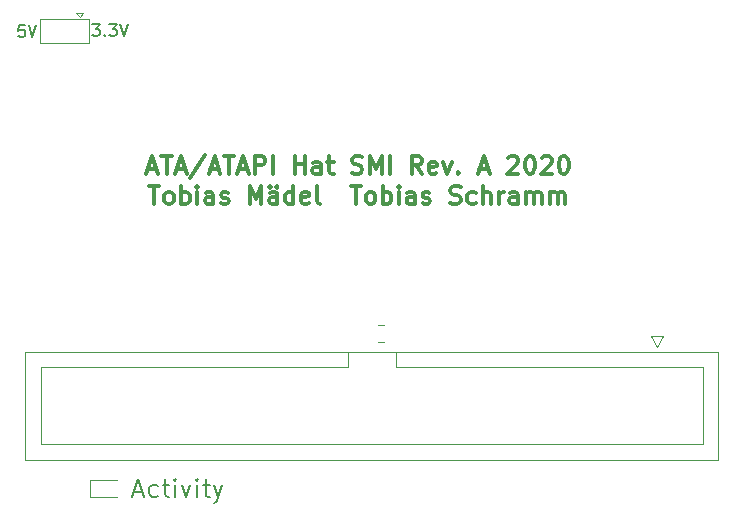
<source format=gto>
%TF.GenerationSoftware,KiCad,Pcbnew,5.1.6*%
%TF.CreationDate,2020-08-12T10:28:14+02:00*%
%TF.ProjectId,ATAPIHat-SMI,41544150-4948-4617-942d-534d492e6b69,rev?*%
%TF.SameCoordinates,Original*%
%TF.FileFunction,Legend,Top*%
%TF.FilePolarity,Positive*%
%FSLAX46Y46*%
G04 Gerber Fmt 4.6, Leading zero omitted, Abs format (unit mm)*
G04 Created by KiCad (PCBNEW 5.1.6) date 2020-08-12 10:28:14*
%MOMM*%
%LPD*%
G01*
G04 APERTURE LIST*
%ADD10C,0.150000*%
%ADD11C,0.200000*%
%ADD12C,0.300000*%
%ADD13C,0.120000*%
G04 APERTURE END LIST*
D10*
X48605151Y-141372256D02*
X48128961Y-141372256D01*
X48081342Y-141848447D01*
X48128961Y-141800828D01*
X48224199Y-141753209D01*
X48462294Y-141753209D01*
X48557532Y-141800828D01*
X48605151Y-141848447D01*
X48652770Y-141943685D01*
X48652770Y-142181780D01*
X48605151Y-142277018D01*
X48557532Y-142324637D01*
X48462294Y-142372256D01*
X48224199Y-142372256D01*
X48128961Y-142324637D01*
X48081342Y-142277018D01*
X48938485Y-141372256D02*
X49271818Y-142372256D01*
X49605151Y-141372256D01*
X54344437Y-141297256D02*
X54963485Y-141297256D01*
X54630151Y-141678209D01*
X54773008Y-141678209D01*
X54868247Y-141725828D01*
X54915866Y-141773447D01*
X54963485Y-141868685D01*
X54963485Y-142106780D01*
X54915866Y-142202018D01*
X54868247Y-142249637D01*
X54773008Y-142297256D01*
X54487294Y-142297256D01*
X54392056Y-142249637D01*
X54344437Y-142202018D01*
X55392056Y-142202018D02*
X55439675Y-142249637D01*
X55392056Y-142297256D01*
X55344437Y-142249637D01*
X55392056Y-142202018D01*
X55392056Y-142297256D01*
X55773008Y-141297256D02*
X56392056Y-141297256D01*
X56058723Y-141678209D01*
X56201580Y-141678209D01*
X56296818Y-141725828D01*
X56344437Y-141773447D01*
X56392056Y-141868685D01*
X56392056Y-142106780D01*
X56344437Y-142202018D01*
X56296818Y-142249637D01*
X56201580Y-142297256D01*
X55915866Y-142297256D01*
X55820628Y-142249637D01*
X55773008Y-142202018D01*
X56677770Y-141297256D02*
X57011104Y-142297256D01*
X57344437Y-141297256D01*
D11*
X57856342Y-180869876D02*
X58570628Y-180869876D01*
X57713485Y-181298447D02*
X58213485Y-179798447D01*
X58713485Y-181298447D01*
X59856342Y-181227018D02*
X59713485Y-181298447D01*
X59427770Y-181298447D01*
X59284913Y-181227018D01*
X59213485Y-181155590D01*
X59142056Y-181012733D01*
X59142056Y-180584161D01*
X59213485Y-180441304D01*
X59284913Y-180369876D01*
X59427770Y-180298447D01*
X59713485Y-180298447D01*
X59856342Y-180369876D01*
X60284913Y-180298447D02*
X60856342Y-180298447D01*
X60499199Y-179798447D02*
X60499199Y-181084161D01*
X60570628Y-181227018D01*
X60713485Y-181298447D01*
X60856342Y-181298447D01*
X61356342Y-181298447D02*
X61356342Y-180298447D01*
X61356342Y-179798447D02*
X61284913Y-179869876D01*
X61356342Y-179941304D01*
X61427770Y-179869876D01*
X61356342Y-179798447D01*
X61356342Y-179941304D01*
X61927770Y-180298447D02*
X62284913Y-181298447D01*
X62642056Y-180298447D01*
X63213485Y-181298447D02*
X63213485Y-180298447D01*
X63213485Y-179798447D02*
X63142056Y-179869876D01*
X63213485Y-179941304D01*
X63284913Y-179869876D01*
X63213485Y-179798447D01*
X63213485Y-179941304D01*
X63713485Y-180298447D02*
X64284913Y-180298447D01*
X63927770Y-179798447D02*
X63927770Y-181084161D01*
X63999199Y-181227018D01*
X64142056Y-181298447D01*
X64284913Y-181298447D01*
X64642056Y-180298447D02*
X64999199Y-181298447D01*
X65356342Y-180298447D02*
X64999199Y-181298447D01*
X64856342Y-181655590D01*
X64784913Y-181727018D01*
X64642056Y-181798447D01*
D12*
X59046199Y-153534876D02*
X59760485Y-153534876D01*
X58903342Y-153963447D02*
X59403342Y-152463447D01*
X59903342Y-153963447D01*
X60189056Y-152463447D02*
X61046199Y-152463447D01*
X60617628Y-153963447D02*
X60617628Y-152463447D01*
X61474770Y-153534876D02*
X62189056Y-153534876D01*
X61331913Y-153963447D02*
X61831913Y-152463447D01*
X62331913Y-153963447D01*
X63903342Y-152392018D02*
X62617628Y-154320590D01*
X64331913Y-153534876D02*
X65046199Y-153534876D01*
X64189056Y-153963447D02*
X64689056Y-152463447D01*
X65189056Y-153963447D01*
X65474770Y-152463447D02*
X66331913Y-152463447D01*
X65903342Y-153963447D02*
X65903342Y-152463447D01*
X66760485Y-153534876D02*
X67474770Y-153534876D01*
X66617628Y-153963447D02*
X67117628Y-152463447D01*
X67617628Y-153963447D01*
X68117628Y-153963447D02*
X68117628Y-152463447D01*
X68689056Y-152463447D01*
X68831913Y-152534876D01*
X68903342Y-152606304D01*
X68974770Y-152749161D01*
X68974770Y-152963447D01*
X68903342Y-153106304D01*
X68831913Y-153177733D01*
X68689056Y-153249161D01*
X68117628Y-153249161D01*
X69617628Y-153963447D02*
X69617628Y-152463447D01*
X71474770Y-153963447D02*
X71474770Y-152463447D01*
X71474770Y-153177733D02*
X72331913Y-153177733D01*
X72331913Y-153963447D02*
X72331913Y-152463447D01*
X73689056Y-153963447D02*
X73689056Y-153177733D01*
X73617628Y-153034876D01*
X73474770Y-152963447D01*
X73189056Y-152963447D01*
X73046199Y-153034876D01*
X73689056Y-153892018D02*
X73546199Y-153963447D01*
X73189056Y-153963447D01*
X73046199Y-153892018D01*
X72974770Y-153749161D01*
X72974770Y-153606304D01*
X73046199Y-153463447D01*
X73189056Y-153392018D01*
X73546199Y-153392018D01*
X73689056Y-153320590D01*
X74189056Y-152963447D02*
X74760485Y-152963447D01*
X74403342Y-152463447D02*
X74403342Y-153749161D01*
X74474770Y-153892018D01*
X74617628Y-153963447D01*
X74760485Y-153963447D01*
X76331913Y-153892018D02*
X76546199Y-153963447D01*
X76903342Y-153963447D01*
X77046199Y-153892018D01*
X77117628Y-153820590D01*
X77189056Y-153677733D01*
X77189056Y-153534876D01*
X77117628Y-153392018D01*
X77046199Y-153320590D01*
X76903342Y-153249161D01*
X76617628Y-153177733D01*
X76474770Y-153106304D01*
X76403342Y-153034876D01*
X76331913Y-152892018D01*
X76331913Y-152749161D01*
X76403342Y-152606304D01*
X76474770Y-152534876D01*
X76617628Y-152463447D01*
X76974770Y-152463447D01*
X77189056Y-152534876D01*
X77831913Y-153963447D02*
X77831913Y-152463447D01*
X78331913Y-153534876D01*
X78831913Y-152463447D01*
X78831913Y-153963447D01*
X79546199Y-153963447D02*
X79546199Y-152463447D01*
X82260485Y-153963447D02*
X81760485Y-153249161D01*
X81403342Y-153963447D02*
X81403342Y-152463447D01*
X81974770Y-152463447D01*
X82117627Y-152534876D01*
X82189056Y-152606304D01*
X82260485Y-152749161D01*
X82260485Y-152963447D01*
X82189056Y-153106304D01*
X82117627Y-153177733D01*
X81974770Y-153249161D01*
X81403342Y-153249161D01*
X83474770Y-153892018D02*
X83331913Y-153963447D01*
X83046199Y-153963447D01*
X82903342Y-153892018D01*
X82831913Y-153749161D01*
X82831913Y-153177733D01*
X82903342Y-153034876D01*
X83046199Y-152963447D01*
X83331913Y-152963447D01*
X83474770Y-153034876D01*
X83546199Y-153177733D01*
X83546199Y-153320590D01*
X82831913Y-153463447D01*
X84046199Y-152963447D02*
X84403342Y-153963447D01*
X84760485Y-152963447D01*
X85331913Y-153820590D02*
X85403342Y-153892018D01*
X85331913Y-153963447D01*
X85260485Y-153892018D01*
X85331913Y-153820590D01*
X85331913Y-153963447D01*
X87117627Y-153534876D02*
X87831913Y-153534876D01*
X86974770Y-153963447D02*
X87474770Y-152463447D01*
X87974770Y-153963447D01*
X89546199Y-152606304D02*
X89617627Y-152534876D01*
X89760485Y-152463447D01*
X90117627Y-152463447D01*
X90260485Y-152534876D01*
X90331913Y-152606304D01*
X90403342Y-152749161D01*
X90403342Y-152892018D01*
X90331913Y-153106304D01*
X89474770Y-153963447D01*
X90403342Y-153963447D01*
X91331913Y-152463447D02*
X91474770Y-152463447D01*
X91617627Y-152534876D01*
X91689056Y-152606304D01*
X91760485Y-152749161D01*
X91831913Y-153034876D01*
X91831913Y-153392018D01*
X91760485Y-153677733D01*
X91689056Y-153820590D01*
X91617627Y-153892018D01*
X91474770Y-153963447D01*
X91331913Y-153963447D01*
X91189056Y-153892018D01*
X91117627Y-153820590D01*
X91046199Y-153677733D01*
X90974770Y-153392018D01*
X90974770Y-153034876D01*
X91046199Y-152749161D01*
X91117627Y-152606304D01*
X91189056Y-152534876D01*
X91331913Y-152463447D01*
X92403342Y-152606304D02*
X92474770Y-152534876D01*
X92617628Y-152463447D01*
X92974770Y-152463447D01*
X93117628Y-152534876D01*
X93189056Y-152606304D01*
X93260485Y-152749161D01*
X93260485Y-152892018D01*
X93189056Y-153106304D01*
X92331913Y-153963447D01*
X93260485Y-153963447D01*
X94189056Y-152463447D02*
X94331913Y-152463447D01*
X94474770Y-152534876D01*
X94546199Y-152606304D01*
X94617628Y-152749161D01*
X94689056Y-153034876D01*
X94689056Y-153392018D01*
X94617628Y-153677733D01*
X94546199Y-153820590D01*
X94474770Y-153892018D01*
X94331913Y-153963447D01*
X94189056Y-153963447D01*
X94046199Y-153892018D01*
X93974770Y-153820590D01*
X93903342Y-153677733D01*
X93831913Y-153392018D01*
X93831913Y-153034876D01*
X93903342Y-152749161D01*
X93974770Y-152606304D01*
X94046199Y-152534876D01*
X94189056Y-152463447D01*
X59153342Y-155013447D02*
X60010485Y-155013447D01*
X59581913Y-156513447D02*
X59581913Y-155013447D01*
X60724770Y-156513447D02*
X60581913Y-156442018D01*
X60510485Y-156370590D01*
X60439056Y-156227733D01*
X60439056Y-155799161D01*
X60510485Y-155656304D01*
X60581913Y-155584876D01*
X60724770Y-155513447D01*
X60939056Y-155513447D01*
X61081913Y-155584876D01*
X61153342Y-155656304D01*
X61224770Y-155799161D01*
X61224770Y-156227733D01*
X61153342Y-156370590D01*
X61081913Y-156442018D01*
X60939056Y-156513447D01*
X60724770Y-156513447D01*
X61867627Y-156513447D02*
X61867627Y-155013447D01*
X61867627Y-155584876D02*
X62010485Y-155513447D01*
X62296199Y-155513447D01*
X62439056Y-155584876D01*
X62510485Y-155656304D01*
X62581913Y-155799161D01*
X62581913Y-156227733D01*
X62510485Y-156370590D01*
X62439056Y-156442018D01*
X62296199Y-156513447D01*
X62010485Y-156513447D01*
X61867627Y-156442018D01*
X63224770Y-156513447D02*
X63224770Y-155513447D01*
X63224770Y-155013447D02*
X63153342Y-155084876D01*
X63224770Y-155156304D01*
X63296199Y-155084876D01*
X63224770Y-155013447D01*
X63224770Y-155156304D01*
X64581913Y-156513447D02*
X64581913Y-155727733D01*
X64510485Y-155584876D01*
X64367627Y-155513447D01*
X64081913Y-155513447D01*
X63939056Y-155584876D01*
X64581913Y-156442018D02*
X64439056Y-156513447D01*
X64081913Y-156513447D01*
X63939056Y-156442018D01*
X63867627Y-156299161D01*
X63867627Y-156156304D01*
X63939056Y-156013447D01*
X64081913Y-155942018D01*
X64439056Y-155942018D01*
X64581913Y-155870590D01*
X65224770Y-156442018D02*
X65367627Y-156513447D01*
X65653342Y-156513447D01*
X65796199Y-156442018D01*
X65867627Y-156299161D01*
X65867627Y-156227733D01*
X65796199Y-156084876D01*
X65653342Y-156013447D01*
X65439056Y-156013447D01*
X65296199Y-155942018D01*
X65224770Y-155799161D01*
X65224770Y-155727733D01*
X65296199Y-155584876D01*
X65439056Y-155513447D01*
X65653342Y-155513447D01*
X65796199Y-155584876D01*
X67653342Y-156513447D02*
X67653342Y-155013447D01*
X68153342Y-156084876D01*
X68653342Y-155013447D01*
X68653342Y-156513447D01*
X70010485Y-156513447D02*
X70010485Y-155727733D01*
X69939056Y-155584876D01*
X69796199Y-155513447D01*
X69510485Y-155513447D01*
X69367627Y-155584876D01*
X70010485Y-156442018D02*
X69867627Y-156513447D01*
X69510485Y-156513447D01*
X69367627Y-156442018D01*
X69296199Y-156299161D01*
X69296199Y-156156304D01*
X69367627Y-156013447D01*
X69510485Y-155942018D01*
X69867627Y-155942018D01*
X70010485Y-155870590D01*
X69367627Y-155013447D02*
X69439056Y-155084876D01*
X69367627Y-155156304D01*
X69296199Y-155084876D01*
X69367627Y-155013447D01*
X69367627Y-155156304D01*
X69939056Y-155013447D02*
X70010485Y-155084876D01*
X69939056Y-155156304D01*
X69867627Y-155084876D01*
X69939056Y-155013447D01*
X69939056Y-155156304D01*
X71367627Y-156513447D02*
X71367627Y-155013447D01*
X71367627Y-156442018D02*
X71224770Y-156513447D01*
X70939056Y-156513447D01*
X70796199Y-156442018D01*
X70724770Y-156370590D01*
X70653342Y-156227733D01*
X70653342Y-155799161D01*
X70724770Y-155656304D01*
X70796199Y-155584876D01*
X70939056Y-155513447D01*
X71224770Y-155513447D01*
X71367627Y-155584876D01*
X72653342Y-156442018D02*
X72510485Y-156513447D01*
X72224770Y-156513447D01*
X72081913Y-156442018D01*
X72010485Y-156299161D01*
X72010485Y-155727733D01*
X72081913Y-155584876D01*
X72224770Y-155513447D01*
X72510485Y-155513447D01*
X72653342Y-155584876D01*
X72724770Y-155727733D01*
X72724770Y-155870590D01*
X72010485Y-156013447D01*
X73581913Y-156513447D02*
X73439056Y-156442018D01*
X73367627Y-156299161D01*
X73367627Y-155013447D01*
X76224770Y-155013447D02*
X77081913Y-155013447D01*
X76653342Y-156513447D02*
X76653342Y-155013447D01*
X77796199Y-156513447D02*
X77653342Y-156442018D01*
X77581913Y-156370590D01*
X77510485Y-156227733D01*
X77510485Y-155799161D01*
X77581913Y-155656304D01*
X77653342Y-155584876D01*
X77796199Y-155513447D01*
X78010485Y-155513447D01*
X78153342Y-155584876D01*
X78224770Y-155656304D01*
X78296199Y-155799161D01*
X78296199Y-156227733D01*
X78224770Y-156370590D01*
X78153342Y-156442018D01*
X78010485Y-156513447D01*
X77796199Y-156513447D01*
X78939056Y-156513447D02*
X78939056Y-155013447D01*
X78939056Y-155584876D02*
X79081913Y-155513447D01*
X79367627Y-155513447D01*
X79510485Y-155584876D01*
X79581913Y-155656304D01*
X79653342Y-155799161D01*
X79653342Y-156227733D01*
X79581913Y-156370590D01*
X79510485Y-156442018D01*
X79367627Y-156513447D01*
X79081913Y-156513447D01*
X78939056Y-156442018D01*
X80296199Y-156513447D02*
X80296199Y-155513447D01*
X80296199Y-155013447D02*
X80224770Y-155084876D01*
X80296199Y-155156304D01*
X80367627Y-155084876D01*
X80296199Y-155013447D01*
X80296199Y-155156304D01*
X81653342Y-156513447D02*
X81653342Y-155727733D01*
X81581913Y-155584876D01*
X81439056Y-155513447D01*
X81153342Y-155513447D01*
X81010485Y-155584876D01*
X81653342Y-156442018D02*
X81510485Y-156513447D01*
X81153342Y-156513447D01*
X81010485Y-156442018D01*
X80939056Y-156299161D01*
X80939056Y-156156304D01*
X81010485Y-156013447D01*
X81153342Y-155942018D01*
X81510485Y-155942018D01*
X81653342Y-155870590D01*
X82296199Y-156442018D02*
X82439056Y-156513447D01*
X82724770Y-156513447D01*
X82867627Y-156442018D01*
X82939056Y-156299161D01*
X82939056Y-156227733D01*
X82867627Y-156084876D01*
X82724770Y-156013447D01*
X82510485Y-156013447D01*
X82367627Y-155942018D01*
X82296199Y-155799161D01*
X82296199Y-155727733D01*
X82367627Y-155584876D01*
X82510485Y-155513447D01*
X82724770Y-155513447D01*
X82867627Y-155584876D01*
X84653342Y-156442018D02*
X84867627Y-156513447D01*
X85224770Y-156513447D01*
X85367627Y-156442018D01*
X85439056Y-156370590D01*
X85510485Y-156227733D01*
X85510485Y-156084876D01*
X85439056Y-155942018D01*
X85367627Y-155870590D01*
X85224770Y-155799161D01*
X84939056Y-155727733D01*
X84796199Y-155656304D01*
X84724770Y-155584876D01*
X84653342Y-155442018D01*
X84653342Y-155299161D01*
X84724770Y-155156304D01*
X84796199Y-155084876D01*
X84939056Y-155013447D01*
X85296199Y-155013447D01*
X85510485Y-155084876D01*
X86796199Y-156442018D02*
X86653342Y-156513447D01*
X86367627Y-156513447D01*
X86224770Y-156442018D01*
X86153342Y-156370590D01*
X86081913Y-156227733D01*
X86081913Y-155799161D01*
X86153342Y-155656304D01*
X86224770Y-155584876D01*
X86367627Y-155513447D01*
X86653342Y-155513447D01*
X86796199Y-155584876D01*
X87439056Y-156513447D02*
X87439056Y-155013447D01*
X88081913Y-156513447D02*
X88081913Y-155727733D01*
X88010485Y-155584876D01*
X87867627Y-155513447D01*
X87653342Y-155513447D01*
X87510485Y-155584876D01*
X87439056Y-155656304D01*
X88796199Y-156513447D02*
X88796199Y-155513447D01*
X88796199Y-155799161D02*
X88867627Y-155656304D01*
X88939056Y-155584876D01*
X89081913Y-155513447D01*
X89224770Y-155513447D01*
X90367627Y-156513447D02*
X90367627Y-155727733D01*
X90296199Y-155584876D01*
X90153342Y-155513447D01*
X89867627Y-155513447D01*
X89724770Y-155584876D01*
X90367627Y-156442018D02*
X90224770Y-156513447D01*
X89867627Y-156513447D01*
X89724770Y-156442018D01*
X89653342Y-156299161D01*
X89653342Y-156156304D01*
X89724770Y-156013447D01*
X89867627Y-155942018D01*
X90224770Y-155942018D01*
X90367627Y-155870590D01*
X91081913Y-156513447D02*
X91081913Y-155513447D01*
X91081913Y-155656304D02*
X91153342Y-155584876D01*
X91296199Y-155513447D01*
X91510485Y-155513447D01*
X91653342Y-155584876D01*
X91724770Y-155727733D01*
X91724770Y-156513447D01*
X91724770Y-155727733D02*
X91796199Y-155584876D01*
X91939056Y-155513447D01*
X92153342Y-155513447D01*
X92296199Y-155584876D01*
X92367627Y-155727733D01*
X92367627Y-156513447D01*
X93081913Y-156513447D02*
X93081913Y-155513447D01*
X93081913Y-155656304D02*
X93153342Y-155584876D01*
X93296199Y-155513447D01*
X93510485Y-155513447D01*
X93653342Y-155584876D01*
X93724770Y-155727733D01*
X93724770Y-156513447D01*
X93724770Y-155727733D02*
X93796199Y-155584876D01*
X93939056Y-155513447D01*
X94153342Y-155513447D01*
X94296199Y-155584876D01*
X94367628Y-155727733D01*
X94367628Y-156513447D01*
D13*
%TO.C,C2*%
X78541422Y-166790000D02*
X79058578Y-166790000D01*
X78541422Y-168210000D02*
X79058578Y-168210000D01*
%TO.C,J2*%
X107350628Y-169049876D02*
X107350628Y-178169876D01*
X107350628Y-178169876D02*
X48670628Y-178169876D01*
X48670628Y-178169876D02*
X48670628Y-169049876D01*
X48670628Y-169049876D02*
X107350628Y-169049876D01*
X80060628Y-169049876D02*
X80060628Y-170359876D01*
X80060628Y-170359876D02*
X106050628Y-170359876D01*
X106050628Y-170359876D02*
X106050628Y-176859876D01*
X106050628Y-176859876D02*
X49970628Y-176859876D01*
X49970628Y-176859876D02*
X49970628Y-170359876D01*
X49970628Y-170359876D02*
X75960628Y-170359876D01*
X75960628Y-170359876D02*
X75960628Y-170359876D01*
X75960628Y-170359876D02*
X75960628Y-169049876D01*
X102140628Y-168659876D02*
X102640628Y-167659876D01*
X102640628Y-167659876D02*
X101640628Y-167659876D01*
X101640628Y-167659876D02*
X102140628Y-168659876D01*
%TO.C,J3*%
X53275628Y-140659876D02*
X52975628Y-140359876D01*
X53575628Y-140359876D02*
X52975628Y-140359876D01*
X53275628Y-140659876D02*
X53575628Y-140359876D01*
X54025628Y-140859876D02*
X54025628Y-142859876D01*
X49925628Y-140859876D02*
X54025628Y-140859876D01*
X49925628Y-142859876D02*
X49925628Y-140859876D01*
X54025628Y-142859876D02*
X49925628Y-142859876D01*
%TO.C,D1*%
X56435628Y-179859876D02*
X54150628Y-179859876D01*
X54150628Y-179859876D02*
X54150628Y-181329876D01*
X54150628Y-181329876D02*
X56435628Y-181329876D01*
%TD*%
M02*

</source>
